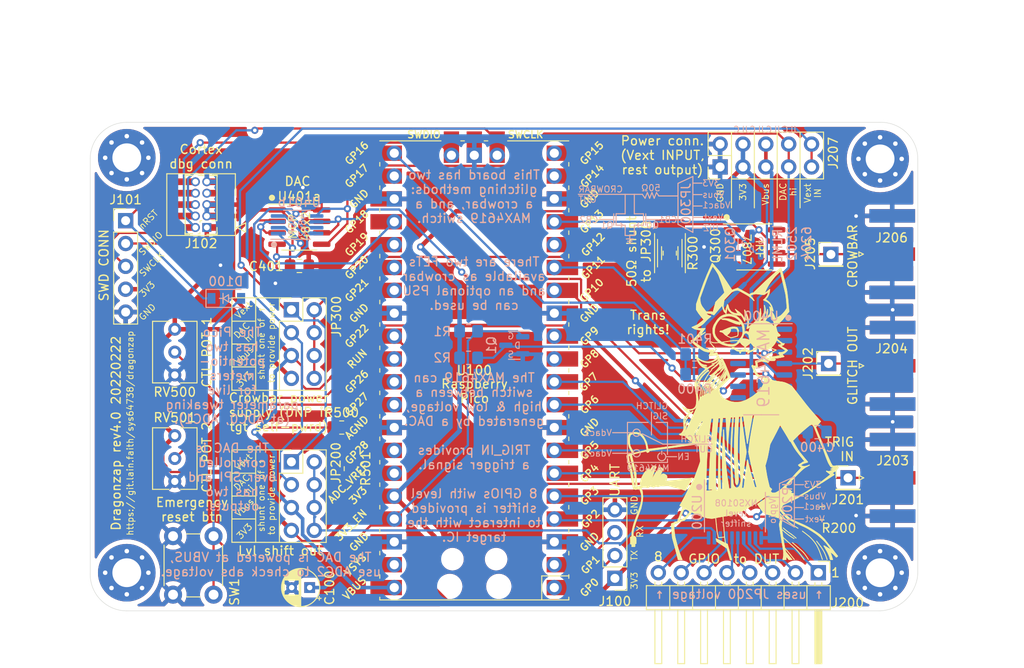
<source format=kicad_pcb>
(kicad_pcb (version 20211014) (generator pcbnew)

  (general
    (thickness 1.6)
  )

  (paper "A4")
  (layers
    (0 "F.Cu" signal)
    (31 "B.Cu" signal)
    (32 "B.Adhes" user "B.Adhesive")
    (33 "F.Adhes" user "F.Adhesive")
    (34 "B.Paste" user)
    (35 "F.Paste" user)
    (36 "B.SilkS" user "B.Silkscreen")
    (37 "F.SilkS" user "F.Silkscreen")
    (38 "B.Mask" user)
    (39 "F.Mask" user)
    (40 "Dwgs.User" user "User.Drawings")
    (41 "Cmts.User" user "User.Comments")
    (42 "Eco1.User" user "User.Eco1")
    (43 "Eco2.User" user "User.Eco2")
    (44 "Edge.Cuts" user)
    (45 "Margin" user)
    (46 "B.CrtYd" user "B.Courtyard")
    (47 "F.CrtYd" user "F.Courtyard")
    (48 "B.Fab" user)
    (49 "F.Fab" user)
  )

  (setup
    (stackup
      (layer "F.SilkS" (type "Top Silk Screen"))
      (layer "F.Paste" (type "Top Solder Paste"))
      (layer "F.Mask" (type "Top Solder Mask") (thickness 0.01))
      (layer "F.Cu" (type "copper") (thickness 0.035))
      (layer "dielectric 1" (type "core") (thickness 1.51) (material "FR4") (epsilon_r 4.5) (loss_tangent 0.02))
      (layer "B.Cu" (type "copper") (thickness 0.035))
      (layer "B.Mask" (type "Bottom Solder Mask") (thickness 0.01))
      (layer "B.Paste" (type "Bottom Solder Paste"))
      (layer "B.SilkS" (type "Bottom Silk Screen"))
      (copper_finish "None")
      (dielectric_constraints no)
    )
    (pad_to_mask_clearance 0)
    (pcbplotparams
      (layerselection 0x00010fc_ffffffff)
      (disableapertmacros false)
      (usegerberextensions false)
      (usegerberattributes true)
      (usegerberadvancedattributes true)
      (creategerberjobfile true)
      (svguseinch false)
      (svgprecision 6)
      (excludeedgelayer true)
      (plotframeref false)
      (viasonmask false)
      (mode 1)
      (useauxorigin false)
      (hpglpennumber 1)
      (hpglpenspeed 20)
      (hpglpendiameter 15.000000)
      (dxfpolygonmode true)
      (dxfimperialunits true)
      (dxfusepcbnewfont true)
      (psnegative false)
      (psa4output false)
      (plotreference true)
      (plotvalue true)
      (plotinvisibletext false)
      (sketchpadsonfab false)
      (subtractmaskfromsilk false)
      (outputformat 1)
      (mirror false)
      (drillshape 0)
      (scaleselection 1)
      (outputdirectory "grb3/")
    )
  )

  (net 0 "")
  (net 1 "GND")
  (net 2 "+3V3")
  (net 3 "+3.3VADC")
  (net 4 "Net-(D100-Pad1)")
  (net 5 "UART_RX")
  (net 6 "UART_TX")
  (net 7 "/controller/SWDIO")
  (net 8 "/controller/SWCLK")
  (net 9 "unconnected-(J102-Pad8)")
  (net 10 "unconnected-(J102-Pad7)")
  (net 11 "unconnected-(J102-Pad6)")
  (net 12 "Net-(J200-Pad1)")
  (net 13 "Net-(J200-Pad2)")
  (net 14 "TRIG_IN")
  (net 15 "GLITCH_OUT")
  (net 16 "Net-(J200-Pad3)")
  (net 17 "ADC0")
  (net 18 "ADC1")
  (net 19 "Net-(J200-Pad4)")
  (net 20 "Net-(J200-Pad5)")
  (net 21 "Net-(J200-Pad6)")
  (net 22 "VCC_EXT")
  (net 23 "DAC_HI")
  (net 24 "CB1_G")
  (net 25 "CB2_G")
  (net 26 "GPIO_EN")
  (net 27 "MAX_SW_B")
  (net 28 "MAX_SW_A")
  (net 29 "MAX_EN")
  (net 30 "GPIO2")
  (net 31 "GPIO3")
  (net 32 "GPIO4")
  (net 33 "GPIO5")
  (net 34 "GPIO6")
  (net 35 "GLITCH_SIG")
  (net 36 "GPIO7")
  (net 37 "GPIO8")
  (net 38 "GPIO9")
  (net 39 "unconnected-(U100-Pad30)")
  (net 40 "DAC_nL")
  (net 41 "DAC_CLK")
  (net 42 "DAC_TX")
  (net 43 "EMERG_SHDN")
  (net 44 "~{EMERG_SHDN}")
  (net 45 "unconnected-(U100-Pad39)")
  (net 46 "Net-(J200-Pad7)")
  (net 47 "GPIO0")
  (net 48 "GPIO1")
  (net 49 "unconnected-(U400-Pad1)")
  (net 50 "unconnected-(U400-Pad2)")
  (net 51 "DAC_LO")
  (net 52 "unconnected-(U400-Pad12)")
  (net 53 "unconnected-(U400-Pad13)")
  (net 54 "unconnected-(U400-Pad14)")
  (net 55 "unconnected-(U400-Pad15)")
  (net 56 "CROWBAR")
  (net 57 "/gpio/TAR_VCCIO")
  (net 58 "Net-(JP300-Pad5)")
  (net 59 "Net-(J200-Pad8)")
  (net 60 "ADC2")
  (net 61 "unconnected-(U400-Pad10)")
  (net 62 "unconnected-(U400-Pad11)")
  (net 63 "unconnected-(U100-Pad20)")
  (net 64 "unconnected-(U100-Pad19)")
  (net 65 "VBUS")

  (footprint "Resistor_SMD:R_0805_2012Metric_Pad1.20x1.40mm_HandSolder" (layer "F.Cu") (at 135.128 87.179 90))

  (footprint "Connector_Coaxial:SMA_Amphenol_132289_EdgeMount" (layer "F.Cu") (at 159.845 87.287))

  (footprint "MountingHole:MountingHole_3.2mm_M3_Pad_Via" (layer "F.Cu") (at 158.496 122.682))

  (footprint "Connector_PinHeader_2.54mm:PinHeader_2x04_P2.54mm_Vertical" (layer "F.Cu") (at 93.091 93.472))

  (footprint "Connector_PinHeader_2.54mm:PinHeader_2x05_P2.54mm_Vertical" (layer "F.Cu") (at 140.721 77.602 90))

  (footprint "Connector_PinHeader_2.54mm:PinHeader_1x01_P2.54mm_Vertical" (layer "F.Cu") (at 152.776 99.441))

  (footprint "Resistor_SMD:R_2010_5025Metric_Pad1.40x2.65mm_HandSolder" (layer "F.Cu") (at 135.128 87.179 90))

  (footprint "Connector_PinHeader_2.54mm:PinHeader_1x08_P2.54mm_Horizontal" (layer "F.Cu") (at 151.638 122.682 -90))

  (footprint "Connector_PinHeader_2.54mm:PinHeader_2x04_P2.54mm_Vertical" (layer "F.Cu") (at 93.091 110.363))

  (footprint "Potentiometer_THT:Potentiometer_Vishay_T73XW_Horizontal" (layer "F.Cu") (at 80.137 95.631))

  (footprint "Connector_PinHeader_2.54mm:PinHeader_1x01_P2.54mm_Vertical" (layer "F.Cu") (at 153.03 87.317))

  (footprint "Resistor_SMD:R_0805_2012Metric_Pad1.20x1.40mm_HandSolder" (layer "F.Cu") (at 152.035 116.078 180))

  (footprint "MCU_RaspberryPi_and_Boards:RPi_Pico_SMD_TH" (layer "F.Cu") (at 113.411 100.203 180))

  (footprint "Connector_PinHeader_1.27mm:PinHeader_2x05_P1.27mm_Vertical" (layer "F.Cu") (at 83.694 84.326 180))

  (footprint "lethalbit-connectors:FTSH-105-01-L-DV-K-TR" (layer "F.Cu") (at 83.059 81.786 90))

  (footprint "Resistor_SMD:R_0805_2012Metric_Pad1.20x1.40mm_HandSolder" (layer "F.Cu") (at 98.679 106.553))

  (footprint "Potentiometer_THT:Potentiometer_Vishay_T73XW_Horizontal" (layer "F.Cu") (at 80.137 107.457))

  (footprint "Resistor_SMD:R_2512_6332Metric_Pad1.40x3.35mm_HandSolder" (layer "F.Cu") (at 135.15 87.179 90))

  (footprint "Capacitor_SMD:C_0805_2012Metric_Pad1.18x1.45mm_HandSolder" (layer "F.Cu") (at 93.98 88.598819 180))

  (footprint "Capacitor_THT:CP_Radial_D4.0mm_P2.00mm" (layer "F.Cu") (at 95.123 124.333 180))

  (footprint "Resistor_SMD:R_1206_3216Metric_Pad1.30x1.75mm_HandSolder" (layer "F.Cu") (at 135.128 87.179 90))

  (footprint "MountingHole:MountingHole_3.2mm_M3_Pad_Via" (layer "F.Cu") (at 158.496 76.708))

  (footprint "Connector_PinHeader_2.54mm:PinHeader_1x01_P2.54mm_Vertical" (layer "F.Cu") (at 154.94 112.141))

  (footprint "graphics:xenia" (layer "F.Cu")
    (tedit 61C154B6) (tstamp baf18278-d51c-443e-9972-c8c9ba5d7493)
    (at 143.4789 104.902)
    (attr through_hole)
    (fp_text reference "XENIA" (at 0 0.5) (layer "F.SilkS") hide
      (effects (font (size 1 1) (thickness 0.15)))
      (tstamp 2ab096f1-5e2e-4948-88f7-ee80da352ce9)
    )
    (fp_text value "xenia" (at 0 -0.5) (layer "F.Fab")
      (effects (font (size 1 1) (thickness 0.15)))
      (tstamp fc47ad18-c916-4f04-8460-6a5fb9138c7e)
    )
    (fp_line (start -0.087449 -8.809657) (end 0.146027 -8.894909) (layer "F.SilkS") (width 0.1) (tstamp 00486478-893b-425b-a5bc-a7e44ca55943))
    (fp_line (start 2.120427 -10.202538) (end 2.241183 -10.185531) (layer "F.SilkS") (width 0.1) (tstamp 0234d303-1347-4357-9ac8-112e8e6ab5f3))
    (fp_line (start 4.330047 -6.234346) (end 4.089216 -6.498479) (layer "F.SilkS") (width 0.1) (tstamp 02d5be24-1036-4d78-b8b7-1b443d15e7c8))
    (fp_line (start 3.24756 9.045381) (end 3.4801 8.89316) (layer "F.SilkS") (width 0.1) (tstamp 0453b7e4-e0e7-4cb5-8648-bec6a813bdeb))
    (fp_line (start 0.260403 -6.891084) (end -0.332851 -6.886832) (layer "F.SilkS") (width 0.1) (tstamp 069f3316-bcd2-4604-a333-7165193738be))
    (fp_line (start -3.758068 -6.759273) (end -3.963863 -6.339774) (layer "F.SilkS") (width 0.1) (tstamp 087708f1-e1e9-4263-81e5-92e875871b86))
    (fp_line (start -9.297786 4.012324) (end -10.724534 4.222797) (layer "F.SilkS") (width 0.1) (tstamp 088a5abf-5280-4acd-9be5-182deee4161f))
    (fp_line (start 0.359176 -6.835298) (end 0.320909 -6.836064) (layer "F.SilkS") (width 0.1) (tstamp 09ddd339-86e0-4167-9e67-6513769a8304))
    (fp_line (start -11.079063 8.253324) (end -11.346087 8.129166) (layer "F.SilkS") (width 0.1) (tstamp 0a1dbe60-6997-4f4e-b4aa-4ec0085281f7))
    (fp_line (start 0.636957 -7.835127) (end 0.567013 -8.025403) (layer "F.SilkS") (width 0.1) (tstamp 0a9d52bd-4852-44a8-82f7-f0b2e974bf90))
    (fp_line (start 0.978307 -7.395325) (end 1.596288 -7.079446) (layer "F.SilkS") (width 0.1) (tstamp 0b28e9dc-79a6-45c1-9c4d-325ada2cc88d))
    (fp_line (start -0.023841 -7.012478) (end 0.260403 -6.891084) (layer "F.SilkS") (width 0.1) (tstamp 0b379b3e-c12a-4629-a430-1567b828b4a9))
    (fp_line (start -4.650002 0.989642) (end -3.764935 0.613726) (layer "F.SilkS") (width 0.1) (tstamp 0f956713-c3d9-4b4c-8b52-a74d6d57ce5b))
    (fp_line (start -0.40371 -6.811827) (end 0.321759 -6.836064) (layer "F.SilkS") (width 0.1) (tstamp 10fd1d94-746f-466c-84a0-aa85c04b7684))
    (fp_line (start 3.479802 11.455544) (end 3.948093 11.551703) (layer "F.SilkS") (width 0.1) (tstamp 1164e296-14e5-4a5e-b2f3-44f1d36e7550))
    (fp_line (start 2.98583 -11.581707) (end 2.741129 -11.748809) (layer "F.SilkS") (width 0.1) (tstamp 12ec9af5-fae0-487c-9f32-ec0f72c4cf1f))
    (fp_line (start -4.381109 -11.064391) (end -4.310739 -11.182596) (layer "F.SilkS") (width 0.1) (tstamp 13666fea-91c0-4fec-bb70-a04cdbcf337e))
    (fp_line (start -0.404795 0.395004) (end -0.462196 0.395218) (layer "F.SilkS") (width 0.1) (tstamp 1399d9fd-892e-4c6d-94d4-e65f4b8d90fb))
    (fp_line (start -1.858607 -3.896465) (end -3.018353 -2.837788) (layer "F.SilkS") (width 0.1) (tstamp 14127424-0f91-4793-8a8a-36511132b3fd))
    (fp_line (start -3.250381 11.652943) (end -2.433578 11.510927) (layer "F.SilkS") (width 0.1) (tstamp 1485f998-b07f-4385-8f35-cac19f2827b9))
    (fp_line (start -8.886174 7.308196) (end -8.901056 7.197645) (layer "F.SilkS") (width 0.1) (tstamp 156d07b6-f60e-459b-b98a-29b8c699efdc))
    (fp_line (start -12.551074 13.779714) (end -12.706696 13.860076) (layer "F.SilkS") (width 0.1) (tstamp 16a71bba-04ef-4283-a06b-f6e9ba8ea3c4))
    (fp_line (start -5.127987 3.687899) (end -5.047837 3.724891) (layer "F.SilkS") (width 0.1) (tstamp 16ec19e3-7b49-453e-80e4-246815f99f56))
    (fp_line (start 0.998035 -5.007568) (end 1.417534 -4.961009) (layer "F.SilkS") (width 0.1) (tstamp 18457aad-4f9d-4c40-a5cc-fb25084ce7be))
    (fp_line (start -5.027428 3.476363) (end -5.115231 3.542269) (layer "F.SilkS") (width 0.1) (tstamp 185cec19-d583-42a6-bbf6-9e4403a7b0ce))
    (fp_line (start -6.740291 2.002993) (end -6.697559 1.323252) (layer "F.SilkS") (width 0.1) (tstamp 19b8a416-d457-47c0-a7b0-da25cad6c5a1))
    (fp_line (start -0.007897 -7.388394) (end -0.050628 -7.071368) (layer "F.SilkS") (width 0.1) (tstamp 1c4a967a-d9ff-4163-bb2a-95ccc3501bb3))
    (fp_line (start -0.670522 -6.851881) (end -0.53786 -6.616024) (layer "F.SilkS") (width 0.1) (tstamp 1c5c7e2f-94b3-4b5e-b4ad-c0a6563fc67e))
    (fp_line (start -10.908538 4.337111) (end -10.835617 4.409819) (layer "F.SilkS") (width 0.1) (tstamp 1e0ba953-460b-4ddb-ba5b-e01c556e61f7))
    (fp_line (start 4.90149 16.307955) (end 5.210438 16.322837) (layer "F.SilkS") (width 0.1) (tstamp 1f5d8d4c-52db-4d4d-99bb-fd209dbbc195))
    (fp_line (start -1.262672 0.453299) (end -1.363656 0.468181) (layer "F.SilkS") (width 0.1) (tstamp 1f69b1f6-9fed-42d7-9e08-09f288c476bc))
    (fp_line (start 2.998458 8.928026) (end 2.798403 8.735837) (layer "F.SilkS") (width 0.1) (tstamp 1fb3f6bd-66d7-4a74-a144-ae01112ff895))
    (fp_line (start -2.982169 0.583537) (end -2.699243 0.577159) (layer "F.SilkS") (width 0.1) (tstamp 20a0f469-5ae6-4e36-8ff6-79100ece3f30))
    (fp_line (start 0.566716 -8.025531) (end 0.636661 -7.835255) (layer "F.SilkS") (width 0.1) (tstamp 21a2e357-9ad7-4e55-9783-020864723576))
    (fp_line (start -2.922258 -2.660056) (end -1.647369 -3.924825) (layer "F.SilkS") (width 0.1) (tstamp 23781219-648c-45af-8566-464b78a6f9ff))
    (fp_line (start -0.590372 -6.842654) (end -0.464088 -6.840528) (layer "F.SilkS") (width 0.1) (tstamp 23b5355a-334f-4bc1-a3a3-bcd5e8aabe03))
    (fp_line (start -0.271007 -9.616787) (end -0.136007 -9.641874) (layer "F.SilkS") (width 0.1) (tstamp 23f55bc5-218f-4c81-bcc4-297aa64fa0b2))
    (fp_line (start 7.736937 1.655947) (end 7.847488 1.605774) (layer "F.SilkS") (width 0.1) (tstamp 252382df-08a7-4b0b-8609-1072db1e998e))
    (fp_line (start -1.871555 -11.918931) (end -1.940225 -12.001419) (layer "F.SilkS") (width 0.1) (tstamp 2566906f-dee1-4d49-aa89-42683ad37200))
    (fp_line (start -2.231462 -13.327246) (end -3.235395 -12.265232) (layer "F.SilkS") (width 0.1) (tstamp 25b94296-ce9e-441c-ba5a-3999d9179a7f))
    (fp_line (start 4.695249 -11.592294) (end 4.867028 -11.229431) (layer "F.SilkS") (width 0.1) (tstamp 2609c5fc-6f5a-49bd-a40b-c12eaada5a92))
    (fp_line (start 4.588609 8.485737) (end 4.879742 8.498492) (layer "F.SilkS") (width 0.1) (tstamp 275e3c89-0d83-4a85-9571-5807c3e775e6))
    (fp_line (start 1.219052 9.973394) (end 1.334493 9.873048) (layer "F.SilkS") (width 0.1) (tstamp 276b13d7-0a57-419c-8da2-e837b16f8ff4))
    (fp_line (start 0.832973 -5.261113) (end 0.774721 -5.194995) (layer "F.SilkS") (width 0.1) (tstamp 27f73be5-5b6d-4dcd-9c2b-08178b3c0f10))
    (fp_line (start 3.878467 -6.660457) (end 3.824042 -6.69915) (layer "F.SilkS") (width 0.1) (tstamp 284e6dc9-3ac5-4cda-bd41-857fb98d4679))
    (fp_line (start -4.421864 -8.927692) (end -5.015118 -8.576139) (layer "F.SilkS") (width 0.1) (tstamp 28797dd3-5c25-40ea-9029-91b4bdf67bc8))
    (fp_line (start -6.053407 10.967866) (end -5.922871 11.018039) (layer "F.SilkS") (width 0.1) (tstamp 28d5ed17-1bf9-4c62-b49a-5fe63f5fcad7))
    (fp_line (start -3.125587 -6.648084) (end -3.692013 -6.537745) (layer "F.SilkS") (width 0.1) (tstamp 292a37f1-a8d7-4049-8d9e-d154cb6269d5))
    (fp_line (start -3.963863 -6.339774) (end -3.148187 -6.432892) (layer "F.SilkS") (width 0.1) (tstamp 29d26dd1-1c9b-4097-8348-63ab0c86a559))
    (fp_line (start -0.136007 -9.641597) (end -0.271007 -9.616511) (layer "F.SilkS") (width 0.1) (tstamp 2b1d77fe-f78d-4ff8-b505-0f28f2dbc7c6))
    (fp_line (start -2.567432 -10.399893) (end -2.567432 -10.400064) (layer "F.SilkS") (width 0.1) (tstamp 2d8c2e79-0ca6-4cac-bd97-7ed59984e6ca))
    (fp_line (start -3.612693 8.448277) (end -3.623323 8.650245) (layer "F.SilkS") (width 0.1) (tstamp 2db2a178-64e5-43fc-91c6-f6bb623ee10e))
    (fp_line (start 0.831253 0.253265) (end 1.081438 0.212021) (layer "F.SilkS") (width 0.1) (tstamp 2e9befe8-1ba6-44c4-8c0c-2f6b67d813e8))
    (fp_line (start -2.265074 13.818492) (end -2.151546 14.500359) (layer "F.SilkS") (width 0.1) (tstamp 2f15d41d-727f-4089-af4d-eed812228f8d))
    (fp_line (start -3.465554 0.613726) (end -2.982169 0.583537) (layer "F.SilkS") (width 0.1) (tstamp 2f4fca68-ad3d-42af-a65a-2dfd84c64f23))
    (fp_line (start 3.824042 -6.69915) (end 3.76579 -6.598166) (layer "F.SilkS") (width 0.1) (tstamp 2f8fab55-05ca-4686-80f5-c3c168b9b405))
    (fp_line (start 3.802463 11.057008) (end 4.193772 10.248454) (layer "F.SilkS") (width 0.1) (tstamp 2fa1b765-b805-47fc-bf33-7549704c7989))
    (fp_line (start 4.525042 15.474081) (end 4.581806 15.914436) (layer "F.SilkS") (width 0.1) (tstamp 318e2232-f227-48be-bc7e-28bc039cbe1a))
    (fp_line (start 0.320909 -6.836064) (end 0.323034 -6.596465) (layer "F.SilkS") (width 0.1) (tstamp 31dcfa14-92b3-40c0-9b7e-3e11dc0058e1))
    (fp_line (start -1.479203 -7.201053) (end -1.470699 -7.127281) (layer "F.SilkS") (width 0.1) (tstamp 321f985d-c802-49a4-b839-d957d45e8880))
    (fp_line (start -2.768188 -9.031568) (end -2.728921 -9.000571) (layer "F.SilkS") (width 0.1) (tstamp 328d1402-4958-47d2-b0f1-71018e3fb92d))
    (fp_line (start -0.523191 -6.729339) (end -0.516813 -6.620064) (layer "F.SilkS") (width 0.1) (tstamp 32e61bfc-d546-4722-ac49-cbb99c79a789))
    (fp_line (start -4.310717 -11.182319) (end -4.381087 -11.064115) (layer "F.SilkS") (width 0.1) (tstamp 3333a437-094a-4126-981c-1a90640c11d7))
    (fp_line (start -0.53786 -6.616024) (end -0.522978 -6.728701) (layer "F.SilkS") (width 0.1) (tstamp 33ea8dc4-877d-4756-9eec-56ecc269d0d6))
    (fp_line (start -2.42565 8.523069) (end -2.710361 8.529447) (layer "F.SilkS") (width 0.1) (tstamp 351d5969-2e3a-436e-a584-701985869a16))
    (fp_line (start -3.548467 -11.102808) (end -3.680278 -11.20443) (layer "F.SilkS") (width 0.1) (tstamp 36bf2b67-6c66-4f57-9dcc-180452d3e2dc))
    (fp_line (start -10.667452 4.294378) (end -10.705294 4.290126) (layer "F.SilkS") (width 0.1) (tstamp 38dc9787-3773-4a65-9eac-77f34d6df8dc))
    (fp_line (start -12.671829 14.588332) (end -12.551286 14.590458) (layer "F.SilkS") (width 0.1) (tstamp 3949f8f3-4972-460a-90a0-6906b5d7ca76))
    (fp_line (start 3.981279 10.706561) (end 3.921327 10.860227) (layer "F.SilkS") (width 0.1) (tstamp 3b861d3c-b38d-4322-b67b-d95ab0619cc6))
    (fp_line (start 9.914625 6.87845) (end 9.630849 6.725166) (layer "F.SilkS") (width 0.1) (tstamp 3bf5a303-d45e-4366-b8e2-9eef9aa4ea37))
    (fp_line (start -1.955062 14.629087) (end -1.482966 16.326622) (layer "F.SilkS") (width 0.1) (tstamp 3d234cf4-d2a0-4b1e-b0ed-33b40ca1bbce))
    (fp_line (start -2.482371 0.53921) (end -2.699349 0.578328) (layer "F.SilkS") (width 0.1) (tstamp 3d6a7394-0229-439d-98ea-24fb7b7d0870))
    (fp_line (start -5.819251 -0.058596) (end -5.782259 -0.164257) (layer "F.SilkS") (width 0.1) (tstamp 3ecd5e71-045c-45dd-959d-3e97c8e33089))
    (fp_line (start -3.785279 -2.270788) (end -4.94377 -1.700982) (layer "F.SilkS") (width 0.1) (tstamp 3f60471a-e684-4c40-916a-dc05757982ce))
    (fp_line (start 3.76579 -6.598166) (end 3.956065 -6.349596) (layer "F.SilkS") (width 0.1) (tstamp 3f775266-cc7f-49e6-b89d-e69ba5f3895e))
    (fp_line (start 3.761942 -7.448985) (end 4.562098 -6.916851) (layer "F.SilkS") (width 0.1) (tstamp 401fc27b-55c2-4d17-b7a9-17271cdee251))
    (fp_line (start -3.619092 -4.014223) (end -4.053048 -3.440186) (layer "F.SilkS") (width 0.1) (tstamp 41e173df-b769-4562-86b0-af2aff66057d))
    (fp_line (start 0.321759 -6.836064) (end 0.360027 -6.835298) (layer "F.SilkS") (width 0.1) (tstamp 43797be8-9d42-485f-bc6b-0544d45927b2))
    (fp_line (start 10.256122 6.014427) (end 10.165768 5.934065) (layer "F.SilkS") (width 0.1) (tstamp 4459b91b-d937-4427-a170-e7027c4df452))
    (fp_line (start -1.482966 16.326622) (end -1.613502 16.326622) (layer "F.SilkS") (width 0.1) (tstamp 46605a33-9342-4627-adea-08a0c3dd1775))
    (fp_line (start -2.364145 -5.272232) (end -2.325452 -5.192508) (layer "F.SilkS") (width 0.1) (tstamp 47476406-4d27-4820-aefe-eb91485cd792))
    (fp_line (start -1.200487 -7.170056) (end -1.200487 -7.170056) (layer "F.SilkS") (width 0.1) (tstamp 47bd3e42-5e60-4145-b4ff-ba2ead23635e))
    (fp_line (start -10.724534 4.222797) (end -10.772326 4.101105) (layer "F.SilkS") (width 0.1) (tstamp 487c4890-ae05-4d1e-8757-f717bdd9f770))
    (fp_line (start -1.29977 -7.131533) (end -0.950173 -6.910133) (layer "F.SilkS") (width 0.1) (tstamp 48f5ac3f-19ad-4208-9449-373c6d6bed43))
    (fp_line (start -0.419655 -9.922015) (end -0.584419 -9.95518) (layer "F.SilkS") (width 0.1) (tstamp 499f0043-d011-4c69-b76f-552cc2e709c0))
    (fp_line (start -10.859577 4.243461) (end -10.870207 4.151406) (layer "F.SilkS") (width 0.1) (tstamp 4b724a58-7782-4fb0-85bb-73cee8bfacec))
    (fp_line (start -3.623323 8.650245) (end -4.324302 8.722316) (layer "F.SilkS") (width 0.1) (tstamp 4c7ee18f-1e28-4990-b358-0d20ba5f3a19))
    (fp_line (start 2.278047 -6.178114) (end 2.254661 -6.053744) (layer "F.SilkS") (width 0.1) (tstamp 4cd7b6b4-85c9-4884-8f10-e79b6ed8c90b))
    (fp_line (start -10.857408 4.242058) (end -10.859577 4.243461) (layer "F.SilkS") (width 0.1) (tstamp 4cf1650d-f012-4b15-ad31-a94564f120f8))
    (fp_line (start 0.636661 -7.835255) (end 0.978307 -7.395325) (layer "F.SilkS") (width 0.1) (tstamp 4d1172a0-a1e6-4e5d-b676-3dfbdc70f814))
    (fp_line (start 4.368889 -7.671512) (end 4.228999 -7.648126) (layer "F.SilkS") (width 0.1) (tstamp 4ea04a5a-7a78-43fb-87d5-86eb2afcea5f))
    (fp_line (start 10.027621 6.192797) (end 10.256122 6.014427) (layer "F.SilkS") (width 0.1) (tstamp 51b18456-8852-4cce-ad37-628dd1c4103a))
    (fp_line (start 0.975627 -7.108827) (end 0.990509 -7.046749) (layer "F.SilkS") (width 0.1) (tstamp 52064152-4b25-4796-8ab1-2e49f3df562c))
    (fp_line (start 5.077543 8.647949) (end 4.922346 8.701524) (layer "F.SilkS") (width 0.1) (tstamp 53bc95a0-a6b5-4bd3-8806-205d384c6e1c))
    (fp_line (start -2.943709 -5.906668) (end -2.916242 -5.843484) (layer "F.SilkS") (width 0.1) (tstamp 54c05bf1-249d-4ed0-aee6-f8cef4715275))
    (fp_line (start 4.587334 8.28802) (end 4.484224 8.388366) (layer "F.SilkS") (width 0.1) (tstamp 54d05816-bdfa-450b-939f-fffbc2d3c01c))
    (fp_line (start -3.764935 0.613726) (end -3.465554 0.613726) (layer "F.SilkS") (width 0.1) (tstamp 56614d25-92fe-4928-ba13-f50ff5bf48ed))
    (fp_line (start 5.210438 16.322837) (end 4.525042 15.474081) (layer "F.SilkS") (width 0.1) (tstamp 57d20178-cd72-4cdf-a6b0-742aea76d37b))
    (fp_line (start -0.446932 -6.922464) (end -0.749927 -6.933093) (layer "F.SilkS") (width 0.1) (tstamp 58166378-73e4-4c77-abf1-b61da426c963))
    (fp_line (start -7.002722 16.306531) (end -7.404278 16.31157) (layer "F.SilkS") (width 0.1) (tstamp 5964804a-9ffe-4905-9f1b-c960fc5465a3))
    (fp_line (start -8.901056 7.197645) (end -8.941025 7.197645) (layer "F.SilkS") (width 0.1) (tstamp 59f58cc4-3f08-4913-804c-7831fc56d6da))
    (fp_line (start 1.092131 -7.182599) (end 0.975627 -7.108827) (layer "F.SilkS") (width 0.1) (tstamp 5ac91684-976e-43dc-b66d-88fa3cf7602b))
    (fp_line (start 7.847488 1.605774) (end 8.38802 0.97155) (layer "F.SilkS") (width 0.1) (tstamp 5c52001a-44b6-4827-8867-9a065693af27))
    (fp_line (start 5.416744 9.020209) (end 5.234122 9.134162) (layer "F.SilkS") (width 0.1) (tstamp 5c5e0318-a0e1-4f94-8225-4bad5445ea6d))
    (fp_line (start 9.500845 16.316587) (end 9.731897 16.316587) (layer "F.SilkS") (width 0.1) (tstamp 5cdfe313-8605-4373-9a45-7b9f1b58e8c5))
    (fp_line (start -12.612153 4.669636) (end -12.765862 4.730652) (layer "F.SilkS") (width 0.1) (tstamp 5d6e084a-605f-4d05-bcd6-23a747bd3e0e))
    (fp_line (start -5.125052 3.690641) (end -5.114422 3.531405) (layer "F.SilkS") (width 0.1) (tstamp 5e0252fd-2729-4e36-b2cc-c7766dba6189))
    (fp_line (start -12.765862 4.730652) (end -12.281945 6.716322) (layer "F.SilkS") (width 0.1) (tstamp 5e807c14-eb72-4699-ac5c-0e22b3b90689))
    (fp_line (start -3.415423 -5.326615) (end -3.508541 -5.332993) (layer "F.SilkS") (width 0.1) (tstamp 5ef3d067-71f0-41ac-ba39-98068649edc9))
    (fp_line (start -3.680278 -11.20443) (end -4.310717 -11.182319) (layer "F.SilkS") (width 0.1) (tstamp 600a3b4b-ae4b-4461-b5a0-b102a630e6e4))
    (fp_line (start -0.516813 -6.620064) (end -0.40371 -6.811827) (layer "F.SilkS") (width 0.1) (tstamp 606c3e55-7d61-412d-adac-41bf5f1f1a73))
    (fp_line (start -3.763999 0.614406) (end -4.65096 0.989557) (layer "F.SilkS") (width 0.1) (tstamp 61bd4437-060d-40c1-add9-cb29405c70c7))
    (fp_line (start -12.324316 14.531951) (end -12.328568 14.687573) (layer "F.SilkS") (width 0.1) (tstamp 61d9b81b-8499-4933-91ed-7a8972810007))
    (fp_line (start -6.730724 2.520138) (end -6.790889 2.401721) (layer "F.SilkS") (width 0.1) (tstamp 62b6ceae-4979-4c7f-9abb-9d942b9ab846))
    (fp_line (start -0.023819 -7.012265) (end -0.050733 -7.071495) (layer "F.SilkS") (width 0.1) (tstamp 633ad3b8-63c2-4a66-ba43-ec1b2327d590))
    (fp_line (start 2.575111 -5.582519) (end 2.566607 -5.800008) (layer "F.SilkS") (width 0.1) (tstamp 6349601a-3c16-49a3-9c53-44ba3301fa17))
    (fp_line (start -12.123177 8.513863) (end -11.715753 8.379501) (layer "F.SilkS") (width 0.1) (tstamp 634c972d-457b-4606-97bd-158cc6774626))
    (fp_line (start -1.200487 -7.170056) (end -1.189857 -7.253607) (layer "F.SilkS") (width 0.1) (tstamp 644c1aa7-bb47-43ff-9985-f1193c633b37))
    (fp_line (start -0.097144 8.381542) (end -0.383216 8.400676) (layer "F.SilkS") (width 0.1) (tstamp 64d7714a-7974-44e3-aea4-f93dec72bbab))
    (fp_line (start -2.982275 0.584047) (end -3.46566 0.614236) (layer "F.SilkS") (width 0.1) (tstamp 65672bfe-b9ee-41a0-973c-1f20f79e074b))
    (fp_line (start -0.522978 -6.728701) (end -0.590372 -6.842654) (layer "F.SilkS") (width 0.1) (tstamp 66ae6362-5d73-429e-895c-b93ac4034e8b))
    (fp_line (start -2.922257 -2.659503) (end -3.018352 -2.837236) (layer "F.SilkS") (width 0.1) (tstamp 67696688-aeb4-4c05-bfdd-17ff57e0fa8a))
    (fp_line (start 4.463814 8.29865) (end 4.587334 8.28802) (layer "F.SilkS") (width 0.1) (tstamp 6adb7440-4967-4c53-ab45-3e8efe9276db))
    (fp_line (start -0.552019 -7.920528) (end -0.353877 -8.180791) (layer "F.SilkS") (width 0.1) (tstamp 6b210527-4628-4b35-bcc0-57c051da3023))
    (fp_line (start 1.550897 -10.19699) (end 1.669101 -10.238234) (layer "F.SilkS") (width 0.1) (tstamp 6f6d94a2-ff06-468f-93cb-7d1121493be0))
    (fp_line (start 5.099335 3.181341) (end 5.269838 3.103317) (layer "F.SilkS") (width 0.1) (tstamp 6faf2824-be38-492e-a01b-4c105834407a))
    (fp_line (start -4.244621 -5.197036) (end -4.324345 -5.268894) (layer "F.SilkS") (width 0.1) (tstamp 6fe73f15-5d69-4a4e-893e-03eb09e9b7d7))
    (fp_line (start 1.655283 -10.326037) (end 1.550897 -10.19699) (layer "F.SilkS") (width 0.1) (tstamp 71407632-595c-426e-b6ae-4fb2a403e147))
    (fp_line (start 1.551599 -10.196373) (end 1.654071 -10.325909) (layer "F.SilkS") (width 0.1) (tstamp 71e17ce2-3f5c-4367-9839-08c5c57f36de))
    (fp_line (start -10.85964 4.243567) (end -10.851137 4.309473) (layer "F.SilkS") (width 0.1) (tstamp 7222796c-3f24-42f8-95ec-33d97cdbe82f))
    (fp_line (start -10.870207 4.151406) (end -12.356801 4.505467) (layer "F.SilkS") (width 0.1) (tstamp 7332bdd2-7696-49e9-b942-e09fe05346ae))
    (fp_line (start -12.555538 14.874192) (end -12.244166 14.849105) (layer "F.SilkS") (width 0.1) (tstamp 73bf2484-d5f9-4ce1-ab83-d710b7907529))
    (fp_line (start -0.050628 -7.071368) (end -0.023841 -7.012478) (layer "F.SilkS") (width 0.1) (tstamp 75ebcaaf-8f91-4bce-95da-35daf284b36b))
    (fp_line (start -2.023604 -4.398792) (end -2.056557 -4.497672) (layer "F.SilkS") (width 0.1) (tstamp 76bcc96a-79c2-4aa1-a653-745cf373720e))
    (fp_line (start 0.360027 -6.835298) (end 0.467176 -6.79129) (layer "F.SilkS") (width 0.1) (tstamp 7879fd6d-8523-40e9-ac87-65ed2628002c))
    (fp_line (start 3.26967 -5.791504) (end 3.374481 -5.900354) (layer "F.SilkS") (width 0.1) (tstamp 78c24dc1-6743-421c-b77c-2fe33b473e4c))
    (fp_line (start -1.470699 -7.127281) (end -1.29977 -7.131533) (layer "F.SilkS") (width 0.1) (tstamp 7923463f-888c-4fc0-b98f-03078496b1b6))
    (fp_line (start 1.596288 -7.079446) (end 2.337853 -6.991643) (layer "F.SilkS") (width 0.1) (tstamp 7a78aae9-59d5-44fd-a5a4-d12a5851aac3))
    (fp_line (start -6.744393 10.596839) (end -5.920744 11.018719) (layer "F.SilkS") (width 0.1) (tstamp 7af554a0-1aea-4bf6-b62d-f529a38d9de6))
    (fp_line (start 3.74706 -7.542316) (end 3.761942 -7.448985) (layer "F.SilkS") (width 0.1) (tstamp 7d46158a-6f68-4d38-be89-e25c900413e7))
    (fp_line (start 3.948093 11.551703) (end 3.802463 11.057008) (layer "F.SilkS") (width 0.1) (tstamp 7f1cd457-f3e0-4118-9041-74f0c4e433d8))
    (fp_line (start 3.952132 10.372397) (end 3.479802 11.455544) (layer "F.SilkS") (width 0.1) (tstamp 7f25c6dd-2bd2-4dba-b030-ccbee8cc0425))
    (fp_line (start 4.867007 -11.229325) (end 4.695227 -11.592231) (layer "F.SilkS") (width 0.1) (tstamp 801e609c-68c5-4efc-a779-888769f67fd8))
    (fp_line (start 9.552655 6.270651) (end 9.957527 6.281281) (layer "F.SilkS") (width 0.1) (tstamp 816dc656-ef63-4b7e-ba23-93c421a09dd9))
    (fp_line (start -10.835617 4.409819) (end -10.692538 4.354544) (layer "F.SilkS") (width 0.1) (tstamp 81a6647b-fb92-470f-859a-839cff2bfa41))
    (fp_line (start -2.265074 13.81847) (end -2.435578 11.510119) (layer "F.SilkS") (width 0.1) (tstamp 823a9a53-cb4b-4f57-9558-1ba1cf975f33))
    (fp_line (start 5.09942 3.182085) (end 5.099335 3.181341) (layer "F.SilkS") (width 0.1) (tstamp 832a8494-eaf2-41bb-a79b-9bd3869ba972))
    (fp_line (start -2.839558 -5.555073) (end -2.839345 -5.555094) (layer "F.SilkS") (width 0.1) (tstamp 84ce0be5-0412-4bdd-83e3-854a7a710ced))
    (fp_line (start -2.790809 -5.240427) (end -2.57719 -5.718179) (layer "F.SilkS") (width 0.1) (tstamp 84d2254b-f203-44d6-b45c-79b312eb19ef))
    (fp_line (start -3.983039 8.479741) (end -3.612693 8.448277) (layer "F.SilkS") (width 0.1) (tstamp 881ba6c1-962a-43e8-acdf-1c75a4cb2656))
    (fp_line (start 2.911548 -11.493032) (end 3.13129 -11.295316) (layer "F.SilkS") (width 0.1) (tstamp 8b34cb3e-4808-4723-abeb-99f377bbe23f))
    (fp_line (start -0.578892 -9.823156) (end -0.419655 -9.922015) (layer "F.SilkS") (width 0.1) (tstamp 8b609dc3-d402-489e-93c7-a8286dd10662))
    (fp_line (start -3.013421 -6.014668) (end -3.06859 -6.173224) (layer "F.SilkS") (width 0.1) (tstamp 902a411f-6335-4f06-8cf1-f0ed80a2cb8a))
    (fp_line (start -0.332851 -6.886832) (end -0.023819 -7.012265) (layer "F.SilkS") (width 0.1) (tstamp 910b5ca3-160a-4289-ac0e-edddfbb8cc23))
    (fp_line (start 4.879742 8.498492) (end 4.786411 8.608406) (layer "F.SilkS") (width 0.1) (tstamp 92425964-3db1-4a0a-86ee-ecbd90311ff8))
    (fp_line (start -2.68655 -9.085993) (end -2.768188 -9.031568) (layer "F.SilkS") (width 0.1) (tstamp 92f206ba-0b74-4aff-a139-97255e30fd4b))
    (fp_line (start -2.699243 0.577159) (end -2.482265 0.538041) (layer "F.SilkS") (width 0.1) (tstamp 9374eae1-1721-491f-8000-bfbbb5c8d606))
    (fp_line (start 5.423717 9.377374) (end 5.570623 9.455611) (layer "F.SilkS") (width 0.1) (tstamp 946a8f93-f8a6-49ed-be65-22cf14da1914))
    (fp_line (start -10.705294 4.290126) (end -10.773113 4.101764) (layer "F.SilkS") (width 0.1) (tstamp 96b8b711-f40d-4aae-a044-c048034ee1fe))
    (fp_line (start 3.55787 -8.163018) (end 3.585933 -8.535108) (layer "F.SilkS") (width 0.1) (tstamp 97eaa1e2-9166-4553-a1d6-ea99a7ba73fb))
    (fp_line (start -2.093805 0.514655) (end -1.899489 4.624204) (layer "F.SilkS") (width 0.1) (tstamp 9a3dec6c-1ff7-4f04-98b4-bff75dbe2572))
    (fp_line (start -7.212683 10.307067) (end -6.744393 10.596839) (layer "F.SilkS") (width 0.1) (tstamp 9aa35107-bd21-4263-aaeb-f87889d0726a))
    (fp_line (start -8.961434 7.519094) (end -8.918702 7.383456) (layer "F.SilkS") (width 0.1) (tstamp 9c77e549-bc3d-407e-a17f-1f44a0465725))
    (fp_line (start 9.062594 6.501448) (end 9.545575 6.870816) (layer "F.SilkS") (width 0.1) (tstamp 9d0a9958-db67-4fa2-a63a-2635acbcaff5))
    (fp_line (start 1.219116 9.972799) (end 1.219052 9.973394) (layer "F.SilkS") (width 0.1) (tstamp 9d53a803-c2dd-44df-9adf-3a36ecbb9623))
    (fp_line (start -10.851137 4.309473) (end -10.908538 4.337111) (layer "F.SilkS") (width 0.1) (tstamp 9d93c53b-c8ce-4a41-8871-5169db872dd3))
    (fp_line (start -0.464088 -6.840528) (end -0.523191 -6.729339) (layer "F.SilkS") (width 0.1) (tstamp 9f3effa9-36c1-499e-8002-787a37d4e90a))
    (fp_line (start -12.443584 14.541092) (end -12.110825 14.518557) (layer "F.SilkS") (width 0.1) (tstamp 9f755b79-98ed-4b7f-b7d5-fc8b011a6083))
    (fp_line (start -0.462154 0.396301) (end -0.404752 0.396089) (layer "F.SilkS") (width 0.1) (tstamp a03f12ee-4c0a-46b5-9d34-c9c5f676bfdc))
    (fp_line (start -0.753754 -8.930796) (end -0.760132 -9.099812) (layer "F.SilkS") (width 0.1) (tstamp a2514bdf-7683-4b2c-bb81-487c8fa57d73))
    (fp_line (start 2.798403 8.735837) (end 2.94212 8.502787) (layer "F.SilkS") (width 0.1) (tstamp a25f08da-163d-4d49-ab74-017e99d1903e))
    (fp_line (start 3.301453 -9.46597) (end 3.588121 -8.53481) (layer "F.SilkS") (width 0.1) (tstamp a261e796-25d7-477c-be76-97f041d1e6b6))
    (fp_line (start -12.208875 14.527699) (end -12.324316 14.531951) (layer "F.SilkS") (width 0.1) (tstamp a273aabd-9b0c-4eb2-9ce1-0a72077650f3))
    (fp_line (start 10.153777 16.03534) (end 10.286013 15.948388) (layer "F.SilkS") (width 0.1) (tstamp a2a59f0e-cde4-498b-8904-d92a12bff2f0))
    (fp_line (start -1.612056 0.483573) (end -1.363486 0.468691) (layer "F.SilkS") (width 0.1) (tstamp a2fc975e-e27d-4dbe-8a0b-341931ded9a6))
    (fp_line (start 5.58019 9.318272) (end 5.423717 9.377374) (layer "F.SilkS") (width 0.1) (tstamp a323f70c-afa2-4c2a-b732-5b77a8cbc996))
    (fp_line (start -1.472081 8.437583) (end -1.785579 8.469473) (layer "F.SilkS") (width 0.1) (tstamp a4c343d5-a6fd-4619-9a83-930a86997c7d))
    (fp_line (start -8.918702 7.383456) (end -8.770521 7.262913) (layer "F.SilkS") (width 0.1) (tstamp a71b8db9-7af6-4a4f-a0c5-fd086e8c47a8))
    (fp_line (start 0.017488 -7.081572) (end 0.065961 -7.361267) (layer "F.SilkS") (width 0.1) (tstamp a77dd63f-3f22-4865-9e78-693ed1d0221c))
    (fp_line (start -0.714593 0.406931) (end -0.462154 0.396301) (layer "F.SilkS") (width 0.1) (tstamp a858f438-2835-4c8f-8f9f-d091eac5a697))
    (fp_line (start 0.365554 -6.704763) (end 0.359176 -6.835298) (layer "F.SilkS") (width 0.1) (tstamp a8bb4afa-35b0-41db-8d99-8ea42d121830))
    (fp_line (start -4.017458 -4.642983) (end -4.118655 -4.734613) (layer "F.SilkS") (width 0.1) (tstamp a9a751bd-7c65-4095-9e42-f665535dba2e))
    (fp_line (start 2.337853 -6.991643) (end 2.882955 -7.225459) (layer "F.SilkS") (width 0.1) (tstamp a9d6e118-1126-476c-be4f-98f751cb96f6))
    (fp_line (start -12.091032 8.313426) (end -12.251756 8.313426) (layer "F.SilkS") (width 0.1) (tstamp ab2163be-385c-49c1-84b2-d21172b217d2))
    (fp_line (start -3.195575 14.016357) (end -1.955062 14.629087) (layer "F.SilkS") (width 0.1) (tstamp abc144f2-0768-45ca-8040-fb36089127a7))
    (fp_line (start -10.87027 4.151512) (end -10.85964 4.243567) (layer "F.SilkS") (width 0.1) (tstamp ac2b5221-dae8-473a-b258-1240f226ee32))
    (fp_line (start -6.083766 0.076404) (end -5.819251 -0.058596) (layer "F.SilkS") (width 0.1) (tstamp ae1a820b-f252-45fc-a06e-4a7cb7959ffc))
    (fp_line (start -0.404752 0.396089) (end -0.142746 0.3659) (layer "F.SilkS") (width 0.1) (tstamp aefe398d-e17c-4e19-992b-b360a5a5a779))
    (fp_line (start 5.004133 3.149642) (end 5.10129 3.181957) (layer "F.SilkS") (width 0.1) (tstamp afaa94e1-65c3-4b6f-9c68-5ac59bc472d1))
    (fp_line (start 10.384191 6.087349) (end 10.027621 6.192797) (layer "F.SilkS") (width 0.1) (tstamp afd35155-2680-4da0-a254-feec9f925517))
    (fp_line (start 2.241183 -10.185531) (end 2.422529 -10.528877) (layer "F.SilkS") (width 0.1) (tstamp b12cdff5-1a28-488f-bb8d-4bd1944d9750))
    (fp_line (start 10.286013 15.948388) (end 8.789979 14.029963) (layer "F.SilkS") (width 0.1) (tstamp b19cabe8-0c6d-451e-bfeb-2fcea82d2608))
    (fp_line (start -3.195469 14.016336) (end -3.195575 14.016357) (layer "F.SilkS") (width 0.1) (tstamp b29c3d1a-bb57-4e68-88ff-a0471bee36d3))
    (fp_line (start -4.555758 -1.880139) (end -4.770185 -1.786787) (layer "F.SilkS") (width 0.1) (tstamp b3396681-51a0-4ddb-b63f-251412419335))
    (fp_line (start -0.950855 -13.622907) (end -0.731411 -13.622907) (layer "F.SilkS") (width 0.1) (tstamp b3d452e4-0558-44e2-b1c9-373e568f7de0))
    (fp_line (start -1.389912 -7.251651) (end -1.479203 -7.201053) (layer "F.SilkS") (width 0.1) (tstamp b4248c5b-0aa5-47e6-8c9f-dcd81c5483ee))
    (fp_line (start -3.692013 -6.537745) (end -3.495785 -6.948273) (layer "F.SilkS") (width 0.1) (tstamp b498dffb-cfee-4cb0-974c-848e3f710666))
    (fp_line (start -2.548723 -6.087781) (end -2.738786 -5.688011) (layer "F.SilkS") (width 0.1) (tstamp b71d1072-ae2d-49ad-8cc4-6755a10b9d34))
    (fp_line (start -2.482265 0.538041) (end -2.093805 0.514655) (layer "F.SilkS") (width 0.1) (tstamp b7256dee-230d-4653-bad5-866a3ef6aa44))
    (fp_line (start 4.267905 -7.539488) (end 4.368889 -7.671512) (layer "F.SilkS") (width 0.1) (tstamp b87dacec-d770-4fac-bfe1-efb923046bde))
    (fp_line (start -1.189857 -7.253607) (end -1.389912 -7.251651) (layer "F.SilkS") (width 0.1) (tstamp ba403a2a-5472-4226-a5d1-0a23e7d66edd))
    (fp_line (start -8.770521 7.262913) (end -8.810915 7.21274) (layer "F.SilkS") (width 0.1) (tstamp bbce8f98-4aca-469a-9837-32a9818170a6))
    (fp_line (start 5.10129 3.181957) (end 5.271794 3.103934) (layer "F.SilkS") (width 0.1) (tstamp bcaa163f-1a67-400f-b78e-c162f92c8e47))
    (fp_line (start -5.115231 3.542269) (end -5.127987 3.687899) (layer "F.SilkS") (width 0.1) (tstamp bd3ba98d-d2d7-4d86-9b2d-33dad2eac79f))
    (fp_line (start -13.04073 4.7092) (end -13.11599 4.844838) (layer "F.SilkS") (width 0.1) (tstamp bfe0cc57-3c62-4d4e-b119-5e8302e94e4d))
    (fp_line (start 2.94212 8.502787) (end 2.707113 8.306559) (layer "F.SilkS") (width 0.1) (tstamp c09fd7f1-a334-4ec4-a220-e985605306ee))
    (fp_line (start -6.790889 2.401721) (end -6.940346 2.395343) (layer "F.SilkS") (width 0.1) (tstamp c32eaa5b-78c2-4826-b43f-df6d970efaf8))
    (fp_line (start -5.65404 3.373126) (end -5.490765 3.472622) (layer "F.SilkS") (width 0.1) (tstamp c340e49e-f635-4f5a-8d46-5b209fa63b31))
    (fp_line (start 3.557401 -8.162274) (end 3.530613 -8.09403) (layer "F.SilkS") (width 0.1) (tstamp c4d70ee4-e581-49d7-a356-429f4c894ae1))
    (fp_line (start -5.490765 3.472622) (end -7.838808 3.820986) (layer "F.SilkS") (width 0.1) (tstamp c4e22290-d247-4c4b-b64f-48ce69f7dada))
    (fp_line (start 0.426188 -8.688901) (end 0.566716 -8.025531) (layer "F.SilkS") (width 0.1) (tstamp c4f4a549-e6f5-496a-9563-4a841ee07124))
    (fp_line (start -6.682039 1.944741) (end -6.740291 2.002993) (layer "F.SilkS") (width 0.1) (tstamp c56f63ab-855c-40f2-a369-d65080c720e0))
    (fp_line (start -5.020625 -8.48823) (end -4.421864 -8.927692) (layer "F.SilkS") (width 0.1) (tstamp c5c5c032-e127-4fa8-a41a-e56835647d83))
    (fp_line (start -10.692538 4.354544) (end -10.667452 4.294378) (layer "F.SilkS") (width 0.1) (tstamp c63d6947-c16a-4323-b8e9-fceaef7fae24))
    (fp_line (start -1.975132 15.030877) (end -3.120209 14.292586) (layer "F.SilkS") (width 0.1) (tstamp c779cb0c-e4dc-4efc-a060-908bf2219140))
    (fp_line (start 0.467176 -6.79129) (end 0.365554 -6.704763) (layer "F.SilkS") (width 0.1) (tstamp c8d97f64-7ec8-4828-ba9c-6b5dbff61d09))
    (fp_line (start 1.242735 10.054437) (end 1.22105 9.974287) (layer "F.SilkS") (width 0.1) (tstamp c90a00d0-330b-4c41-b70b-f2fa9a4872f9))
    (fp_line (start -0.529952 -10.830745) (end -0.519322 -10.91047) (layer "F.SilkS") (width 0.1) (tstamp c98b6b93-a8bf-4e8e-9209-5193020a22ea))
    (fp_line (start 0.52883 -6.767394) (end 0.711452 -6.798434) (layer "F.SilkS") (width 0.1) (tstamp c9afd472-cccf-4bbe-8af9-24511c6156cc))
    (fp_line (start -1.363486 0.468691) (end -1.262502 0.453809) (layer "F.SilkS") (width 0.1) (tstamp ca2e7f26-faa9-4dde-abaf-6ceac0b54c42))
    (fp_line (start 7.845447 1.604775) (end 7.734896 1.654948) (layer "F.SilkS") (width 0.1) (tstamp cb2c9fda-e077-4170-8f98-a0a66ff895c7))
    (fp_line (start 0.503041 -13.110056) (end -0.809837 -13.824748) (layer "F.SilkS") (width 0.1) (tstamp cb3bfe3f-4ce5-447c-b68a-f0b9a64fb392))
    (fp_line (start -2.951363 8.57658) (end -3.253891 8.612296) (layer "F.SilkS") (width 0.1) (tstamp cbf1796f-59d0-4555-8c14-9d192dd57bfb))
    (fp_line (start 1.355455 -5.598039) (end 1.813796 -5.730063) (layer "F.SilkS") (width 0.1) (tstamp cf34bccf-cdde-4b03-a71d-39e082be13a7))
    (fp_line (start -8.941025 7.197645) (end -9.07156 7.624543) (layer "F.SilkS") (width 0.1) (tstamp cf89459e-fd92-4e68-9587-f252ddcdb6a3))
    (fp_line (start -0.699988 -7.763205) (end -0.552019 -7.920528) (layer "F.SilkS") (width 0.1) (tstamp cfa9ca81-e166-49c3-8ece-ea2d2f4b969d))
    (fp_line (start 4.58187 15.913755) (end 4.90149 16.307955) (layer "F.SilkS") (width 0.1) (tstamp d246b720-0b90-496e-9a97-54995820586e))
    (fp_line (start -2.951363 8.57658) (end -2.951363 8.57658) (layer "F.SilkS") (width 0.1) (tstamp d3f18f6f-df87-411a-a9b0-ea9d01654407))
    (fp_line (start 2.196154 -10.312303) (end 2.152146 -10.847902) (layer "F.SilkS") (width 0.1) (tstamp d432040b-8383-421c-8988-1e75af44816f))
    (fp_line (start 4.773995 8.430886) (end 4.588609 8.485737) (layer "F.SilkS") (width 0.1) (tstamp d4ec1f91-d46c-477e-8058-9652008afc58))
    (fp_line (start -2.839345 -5.555094) (end -2.87251 -5.653953) (layer "F.SilkS") (width 0.1) (tstamp d698486e-a46f-41e1-840d-4d67884bd3e3))
    (fp_line (start 0.823747 -9.734949) (end 1.307154 -10.144201) (layer "F.SilkS") (width 0.1) (tstamp d8c674a4-0e15-4f14-8afc-3fe5709d5bde))
    (fp_line (start -2.954021 13.8895) (end -2.265074 13.818492) (layer "F.SilkS") (width 0.1) (tstamp d8d04551-5dca-4c10-a227-c69f8709819d))
    (fp_line (start -2.058896 -8.588768) (end -1.816151 -8.800516) (layer "F.SilkS") (width 0.1) (tstamp d9974485-27a7-4a5b-8212-d6d6a76806c7))
    (fp_line (start -12.281945 6.716322) (end -12.091032 8.313426) (layer "F.SilkS") (width 0.1) (tstamp da98a90c-a8ad-4955-ac32-20748eb25336))
    (fp_line (start 3.531508 -8.094774) (end 3.55787 -8.163018) (layer "F.SilkS") (width 0.1) (tstamp ddce5d33-f931-4b78-8608-df870869e452))
    (fp_line (start 7.162964 1.383481) (end 7.487049 1.25167) (layer "F.SilkS") (width 0.1) (tstamp dff82fbe-ee79-44c3-8e77-55b4b643c5a8))
    (fp_line (start 0.146027 -8.894909) (end 0.426188 -8.688901) (layer "F.SilkS") (width 0.1) (tstamp e00859b8-20fb-47f3-80aa-68a67bfcd82a))
    (fp_line (start -0.353877 -8.180791) (end -0.087449 -8.809657) (layer "F.SilkS") (width 0.1) (tstamp e38b6853-bdca-4f8b-864b-9f909d27b0df))
    (fp_line (start -1.613502 16.326622) (end -1.975132 15.030877) (layer "F.SilkS") (width 0.1) (tstamp e3eefb2c-367e-42ae-ab55-468b9c80597b))
    (fp_line (start 2.371165 -5.944893) (end 2.433244 -5.750579) (layer "F.SilkS") (width 0.1) (tstamp e7593b06-b8bc-4cd9-8175-3318f0857ad6))
    (fp_line (start -12.503345 4.528492) (end -13.04073 4.7092) (layer "F.SilkS") (width 0.1) (tstamp e77cdda7-426f-4d81-947d-3531bcb14e2b))
    (fp_line (start -11.346087 8.129166) (end -11.962622 8.269056) (layer "F.SilkS") (width 0.1) (tstamp e830d834-92c8-4727-8cea-5594534f3119))
    (fp_line (start -8.810915 7.21274) (end -8.886174 7.308196) (layer "F.SilkS") (width 0.1) (tstamp e8427703-debe-4022-822d-163d4fc97756))
    (fp_line (start 4.58187 15.913862) (end 4.53935 16.318734) (layer "F.SilkS") (width 0.1) (tstamp e8534302-6424-42b3-84cb-491a71f2e92e))
    (fp_line (start 2.164541 -3.875056) (end 2.231509 -3.690096) (layer "F.SilkS") (width 0.1) (tstamp ea8d659e-f49d-4a76-bf10-365380e1fbec))
    (fp_line (start -2.468552 -5.478197) (end -2.427308 -5.415056) (layer "F.SilkS") (width 0.1) (tstamp eaaba885-6847-4e05-ae29-573eb27406eb))
    (fp_line (start -12.454214 14.691825) (end -12.443584 14.541092) (layer "F.SilkS") (width 0.1) (tstamp eace50b7-0587-4789-af94-ba736cdea20d))
    (fp_line (start 2.254661 -6.053744) (end 2.371165 -5.944893) (layer "F.SilkS") (width 0.1) (tstamp ec38479c-c3e7-4f46-ac16-d6a927108686))
    (fp_line (start 4.141983 11.615802) (end 4.027392 12.553106) (layer "F.SilkS") (width 0.1) (tstamp edbcd08d-c6e3-444a-9304-f015eb027482))
    (fp_line (start 2.697568 -6.216934) (end 3.078204 -5.960583) (layer "F.SilkS") (width 0.1) (tstamp edca0ba6-e2e8-41d5-99f9-48fcceb34d1a))
    (fp_line (start 1.367277 8.296758) (end 1.095364 8.31164) (layer "F.SilkS") (width 0.1) (tstamp ee451598-92e1-48de-86b1-99d5a497153e))
    (fp_line (start 3.97269 -7.426811) (end 4.267905 -7.539488) (layer "F.SilkS") (width 0.1) (tstamp ee796e0c-71e8-4a8d-a561-f3ac4bb1387d))
    (fp_line (start -3.235395 -12.265232) (end -3.548467 -11.102808) (layer "F.SilkS") (width 0.1) (tstamp f03db05d-77cd-4ad7-8706-067e8098a027))
    (fp_line (start -1.262502 0.453809) (end -1.013932 0.449557) (layer "F.SilkS") (width 0.1) (tstamp f31d7e44-6c40-4562-a047-fd76fac34aef))
    (fp_line (start -0.584419 -9.95518) (end -0.614608 -10.023849) (layer "F.SilkS") (width 0.1) (tstamp f3212008-adbe-4a98-90d9-6e09be438154))
    (fp_line (start -6.887005 10.525852) (end -6.746477 10.596222) (layer "F.SilkS") (width 0.1) (tstamp f3bc82f5-5346-4619-b5e6-3e9e047408d5))
    (fp_line (start -2.313717 -12.553473) (end -1.521852 -13.397638) (layer "F.SilkS") (width 0.1) (tstamp f4504cb5-e5ed-4293-822f-9033a15d4a02))
    (fp_line (start -0.760132 -9.099812) (end -0.705707 -9.066646) (layer "F.SilkS") (width 0.1) (tstamp f53b72b5-1934-4424-a94c-2da95213015b))
    (fp_line (start 3.863564 -7.531686) (end 3.74706 -7.542316) (layer "F.SilkS") (width 0.1) (tstamp f742decb-769e-41e1-a738-87ff6ad9b828))
    (fp_line (start -4.733128 0.923099) (end -4.650002 0.989642) (layer "F.SilkS") (width 0.1) (tstamp f9bee6d7-27a1-46c2-b70c-d4cd18928afd))
    (fp_line (start -0.050733 -7.071495) (end -0.446932 -6.922464) (layer "F.SilkS") (width 0.1) (tstamp fbb5c9c4-37e4-40c1-b6e3-8a2c1d0291aa))
    (fp_line (start -1.058579 -11.47949) (end -0.715232 -10.946633) (layer "F.SilkS") (width 0.1) (tstamp fbbed5ba-fa0b-4fe7-b985-accc97c462ee))
    (fp_line (start 2.227427 -3.687906) (end 2.162457 -3.8758) (layer "F.SilkS") (width 0.1) (tstamp fbc33d67-378c-4865-93fe-8195c4fb3efa))
    (fp_line (start -0.353559 -8.180812) (end -0.5517 -7.920549) (layer "F.SilkS") (width 0.1) (tstamp fee35e6a-1903-4e6c-b207-6d943ee96f6f))
    (fp_line (start 5.720887 6.712134) (end 6.335254 6.087093) (layer "F.SilkS") (width 0.1) (tstamp ff2bdbb5-a12d-435c-b35b-55ddaa72a977))
    (fp_line (start -12.328568 14.687573) (end -12.454214 14.691825) (layer "F.SilkS") (width 0.1) (tstamp ff77e396-086f-4672-b860-8f0c74d04600))
    (fp_line (start -3.018353 -2.837788) (end -2.922258 -2.660056) (layer "F.SilkS") (width 0.1) (tstamp ff8d5dc7-5a05-44f4-9826-d2e578b07bd2))
    (fp_poly (pts
        (xy 4.191 -15.3924)
        (xy 4.445 -14.4272)
        (xy 4.6228 -13.589)
        (xy 4.7498 -12.6492)
        (xy 4.8768 -11.3284)
        (xy 4.699 -11.6078)
        (xy 4.572 -13.0556)
        (xy 4.3688 -13.8684)
        (xy 4.1148 -14.9606)
        (xy 3.937 -15.748)
        (xy 3.3528 -15.1892)
        (xy 2.7686 -14.4272)
        (xy 2.4638 -13.97)
        (xy 2.159 -13.3096)
        (xy 2.2098 -13.1572)
        (xy 2.0066 -13.1318)
        (xy 1.2446 -13.2334)
        (xy 0.7874 -13.1318)
        (xy 0.6096 -13.0302)
        (xy 0.6096 -12.8524)
        (xy 0.4572 -12.954)
        (xy -0.6096 -13.5636)
        (xy -0.8128 -13.6144)
        (xy -1.0922 -13.589)
        (xy -1.4986 -13.4112)
        (xy -1.446846 -13.591697)
        (xy -0.809837 -13.824748)
        (xy 0.503041 -13.110056)
        (xy 0.7366 -13.2588)
        (xy 0.961383 -13.300331)
        (xy 2.3114 -14.605)
        (xy 3.2766 -15.4686)
        (xy 3.9878 -16.0528)
      ) (layer "F.SilkS") (width 0.1) (fill solid) (tstamp 04a00f3e-bcb2-4205-bbb6-60ba9f3c34b9))
    (fp_poly (pts
        (xy -6.731 10.6172)
        (xy -7.112 11.43)
        (xy -7.2898 12.0142)
        (xy -6.8834 11.8364)
        (xy -6.5278 11.5316)
        (xy -6.0198 10.9474)
        (xy -5.9182 11.049)
        (xy -6.2484 11.4046)
        (xy -6.7056 11.938)
        (xy -7.2136 12.065)
        (xy -7.6962 12.2936)
        (xy -7.8994 12.3698)
        (xy -7.8994 12.8524)
        (xy -7.8232 13.4112)
        (xy -7.7978 13.7668)
        (xy -7.5438 14.732)
        (xy -7.239 15.6972)
        (xy -7.002722 16.306531)
        (xy -7.404278 16.31157)
        (xy -7.747 14.986)
        (xy -8.0518 13.8938)
        (xy -8.1534 12.3444)
        (xy -7.464571 12.082774)
        (xy -6.8834 10.5156)
      ) (layer "F.SilkS") (width 0.1) (fill solid) (tstamp 06d8a115-7d5f-43b2-b721-7159bac9d07c))
    (fp_poly (pts
        (xy -2.7686 -15.5956)
        (xy -1.778 -14.097)
        (xy -1.446846 -13.591697)
        (xy -1.4986 -13.4112)
        (xy -2.3114 -12.573)
        (xy -2.4384 -11.811)
        (xy -2.54 -11.938)
        (xy -3.44406 -10.882981)
        (xy -3.8608 -11.049)
        (xy -4.3434 -11.0744)
        (xy -4.318 -11.2014)
        (xy -3.7084 -11.2014)
        (xy -3.5306 -11.1252)
        (xy -3.2258 -12.2936)
        (xy -2.231462 -13.327246)
        (xy -2.413 -13.9446)
        (xy -2.7686 -14.9098)
        (xy -2.921 -15.3416)
        (xy -3.2512 -15.875)
        (xy -3.583184 -16.318123)
        (xy -3.8862 -15.6972)
        (xy -4.1402 -15.113)
        (xy -5.014523 -12.725189)
        (xy -4.953 -12.1412)
        (xy -4.7752 -11.7856)
        (xy -4.4958 -11.43)
        (xy -4.3434 -11.2268)
        (xy -4.381087 -11.064115)
        (xy -4.1148 -10.8204)
        (xy -3.80114 -10.701911)
        (xy -4.191 -10.3886)
        (xy -4.6482 -9.8806)
        (xy -5.0038 -9.6266)
        (xy -5.422287 -9.431401)
        (xy -5.0546 -9.3218)
        (xy -4.450395 -9.343173)
        (xy -5.015118 -8.576139)
        (xy -4.826 -8.6868)
        (xy -5.2324 -8.3312)
        (xy -5.745713 -7.91145)
        (xy -5.0038 -7.366)
        (xy -4.4704 -7.0358)
        (xy -3.9878 -6.9342)
        (xy -3.495785 -6.948273)
        (xy -3.692013 -6.537745)
        (xy -3.1242 -6.6548)
        (xy -2.8956 -6.1468)
        (xy -2.7432 -5.6896)
        (xy -2.5654 -6.0706)
        (xy -2.2352 -5.4356)
        (xy -1.778 -4.3434)
        (xy -1.651 -3.9116)
        (xy -2.921 -2.667)
        (xy -2.922258 -2.660056)
        (xy -2.922257 -2.659503)
        (xy -3.0226 -2.8448)
        (xy -1.858607 -3.896465)
        (xy -2.2098 -4.9784)
        (xy -2.57719 -5.718179)
        (xy -2.790809 -5.240427)
        (xy -2.9464 -5.969)
        (xy -3.148187 -6.432892)
        (xy -3.963863 -6.339774)
        (xy -3.758068 -6.759273)
        (xy -4.0894 -6.7564)
        (xy -4.5212 -6.858)
        (xy -4.9276 -7.112)
        (xy -5.4356 -7.4676)
        (xy -5.975978 -7.97506)
        (xy -5.6642 -8.1534)
        (xy -5.1816 -8.6614)
        (xy -4.841767 -9.171415)
        (xy -5.2324 -9.2456)
        (xy -5.5118 -9.2964)
        (xy -5.859453 -9.482149)
        (xy -5.207 -9.779)
        (xy -4.531033 -10.321147)
        (xy -5.123352 -11.052296)
        (xy -5.385571 -11.463119)
        (xy -5.362185 -12.084608)
        (xy -4.572 -14.3764)
        (xy -4.064 -15.5702)
        (xy -3.6322 -16.5862)
      ) (layer "F.SilkS") (width 0.1) (fill solid) (tstamp 08dd6da0-c217-4004-9c30-418056df4779))
    (fp_poly (pts
        (xy -5.2324 -6.0706)
        (xy -5.1816 -5.969)
        (xy -5.334 -5.9436)
        (xy -5.461 -6.2992)
      ) (layer "F.SilkS") (width 0.1) (fill solid) (tstamp 0cec9aea-5e9e-42b3-9348-b79e2a266dee))
    (fp_poly (pts
        (xy 3.9116 -8.6106)
        (xy 3.7592 -8.4836)
        (xy 3.5814 -8.509)
        (xy 3.5306 -8.9662)
      ) (layer "F.SilkS") (width 0.1) (fill solid) (tstamp 23bd23ad-4624-4636-9d15-787a66ae40e1))
    (fp_poly (pts
        (xy 0.1524 -8.1534)
        (xy 0.5842 -8.0264)
        (xy 0.635 -7.8232)
        (xy 0.3556 -7.5692)
        (xy 0.0254 -7.366)
        (xy -0.3048 -7.5692)
        (xy -0.508 -7.8232)
        (xy -0.5517 -7.920549)
        (xy -0.3302 -8.1788)
      ) (layer "F.SilkS") (width 0.1) (fill solid) (tstamp 35e3e9e2-2e12-4a76-ba87-10955cd7f171))
    (fp_poly (pts
        (xy 1.7272 -10.795)
        (xy 1.6002 -10.8204)
        (xy 1.7272 -11.176)
      ) (layer "F.SilkS") (width 0.1) (fill solid) (tstamp 403312e0-b0fc-46d4-848e-a907f9d5b2eb))
    (fp_poly (pts
        (xy 0.381 -9.398)
        (xy 0.254 -9.398)
        (xy 0.3556 -9.6266)
      ) (layer "F.SilkS") (width 0.1) (fill solid) (tstamp 52bb5c54-e446-4593-a3cc-ab3b0830f0e5))
    (fp_poly (pts
        (xy 5.1816 16.2814)
        (xy 4.90149 16.307955)
        (xy 4.4958 15.8496)
        (xy 4.5466 15.5194)
      ) (layer "F.SilkS") (width 0.1) (fill solid) (tstamp 55217687-f3a4-4082-a9d8-61b1af93736b))
    (fp_poly (pts
        (xy -9.8806 6.0198)
        (xy -10.16 6.6802)
        (xy -10.3124 7.1882)
        (xy -10.4902 7.5946)
        (xy -10.541 7.7216)
        (xy -10.4527 7.740938)
        (xy -10.3632 7.62)
        (xy -10.2108 7.239)
        (xy -9.779 6.5278)
        (xy -9.525 6.1722)
        (xy -9.2964 6.1214)
        (xy -9.144 6.2738)
        (xy -9.1694 6.4262)
        (xy -9.7536 7.5184)
        (xy -9.8806 7.7978)
        (xy -9.814039 7.80032)
        (xy -9.7028 7.7216)
        (xy -9.5504 7.366)
        (xy -9.2964 6.9088)
        (xy -9.144 6.8326)
        (xy -8.9154 6.858)
        (xy -8.6868 7.0358)
        (xy -8.6868 7.3406)
        (xy -8.7376 7.493)
        (xy -8.8392 7.5692)
        (xy -8.9408 7.5438)
        (xy -8.9408 7.4422)
        (xy -8.8646 7.3406)
        (xy -8.8138 7.2644)
        (xy -8.9408 7.2136)
        (xy -9.07156 7.624543)
        (xy -8.8392 7.6454)
        (xy -7.5184 7.493)
        (xy -5.842 7.2644)
        (xy -6.604 8.636)
        (xy -7.095047 8.471001)
        (xy -8.3312 8.128)
        (xy -8.5852 8.1026)
        (xy -9.1694 8.128)
        (xy -9.3726 8.1026)
        (xy -9.652 8.2042)
        (xy -9.8806 8.1534)
        (xy -10.1346 8.255)
        (xy -10.541 8.1534)
        (xy -10.795 8.3312)
        (xy -11.632648 7.971418)
        (xy -11.43 7.1882)
        (xy -11.1506 6.7056)
        (xy -10.7442 6.223)
        (xy -10.567828 6.379289)
        (xy -11.140377 7.725272)
        (xy -11.107637 7.813075)
        (xy -11.0236 7.7724)
        (xy -10.922 7.3406)
        (xy -10.6426 6.5786)
        (xy -10.2362 5.9436)
        (xy -10.033 5.9436)
      ) (layer "F.SilkS") (width 0.1) (fill solid) (tstamp 55ff67f7-c63a-4fb5-9ed9-0276fd761b12))
    (fp_poly (pts
        (xy 5.9182 9.4234)
        (xy 4.191 10.2362)
        (xy 3.81 11.0744)
        (xy 3.937 11.5316)
        (xy 3.5052 11.43)
        (xy 3.937 10.3886)
        (xy 3.81 10.2108)
        (xy 5.715 9.398)
      ) (layer "F.SilkS") (width 0.1) (fill solid) (tstamp 5b71ba90-f29a-4f4b-8d8a-49ab39b045ae))
    (fp_poly (pts
        (xy 2.4638 -3.81)
        (xy 3.2004 -3.5306)
        (xy 3.8354 -3.429)
        (xy 4.3434 -3.3528)
        (xy 4.7244 -3.2004)
        (xy 5.207 -2.921)
        (xy 5.4102 -2.667)
        (xy 6.7564 -0.889)
        (xy 8.382 0.9652)
        (xy 7.874 1.5748)
        (xy 7.747 1.651)
        (xy 7.4676 1.27)
        (xy 7.1882 1.3716)
        (xy 6.4008 2.0066)
        (xy 5.334 3.0734)
        (xy 5.1308 3.175)
        (xy 5.0292 3.1496)
        (xy 4.7498 2.667)
        (xy 3.905488 1.312175)
        (xy 3.0988 2.8702)
        (xy 2.768405 3.498452)
        (xy 2.4892 4.9784)
        (xy 2.230085 5.887995)
        (xy 2.3876 6.9342)
        (xy 2.7178 8.2804)
        (xy 2.9718 8.509)
        (xy 2.8194 8.763)
        (xy 2.998458 8.928026)
        (xy 3.2004 9.0424)
        (xy 2.322268 9.212377)
        (xy 1.242735 10.054437)
        (xy -0.8382 11.2014)
        (xy -1.56077 11.367217)
        (xy -3.0226 11.6078)
        (xy -3.6322 11.7348)
        (xy -4.2164 11.684)
        (xy -5.6642 11.1506)
        (xy -7.1882 10.3124)
        (xy -5.588 7.239)
        (xy -4.9276 5.4356)
        (xy -5.08 3.7084)
        (xy -5.0292 3.5052)
        (xy -5.461 2.3368)
        (xy -4.6736 1.0414)
        (xy -3.7846 0.6604)
        (xy -3.9624 2.159)
        (xy -4.1656 3.683)
        (xy -4.2672 5.1816)
        (xy -4.318 7.0358)
        (xy -4.324302 8.722316)
        (xy -3.623323 8.650245)
        (xy -3.6068 8.4582)
        (xy -3.9878 8.509)
        (xy -3.9624 7.366)
        (xy -3.81 4.3434)
        (xy -3.4798 0.6604)
        (xy -2.9972 0.6096)
        (xy -3.1242 2.0828)
        (xy -3.2004 3.3782)
        (xy -3.2512 5.0546)
        (xy -3.2766 7.7978)
        (xy -3.2766 8.6106)
        (xy -2.9464 8.5852)
        (xy -2.9464 7.874)
        (xy -2.921 5.8166)
        (xy -2.8956 4.0132)
        (xy -2.794 2.2098)
        (xy -2.6924 0.6096)
        (xy -2.4892 0.5842)
        (xy -2.5908 1.651)
        (xy -2.7178 2.8448)
        (xy -2.794 4.3434)
        (xy -2.794 5.5626)
        (xy -2.7686 6.604)
        (xy -2.7178 8.509)
        (xy -2.4638 8.509)
        (xy -2.4638 7.8486)
        (xy -2.4892 6.5786)
        (xy -2.4892 4.4958)
        (xy -2.3622 2.4384)
        (xy -2.2352 4.8768)
        (xy -1.9812 7.1374)
        (xy -1.778 8.4836)
        (xy -1.472081 8.437583)
        (xy -1.4732 5.8166)
        (xy -1.3208 7.9756)
        (xy -1.2192 8.1534)
        (xy -1.0414 8.3312)
        (xy -0.8636 8.3566)
        (xy -0.674431 8.269593)
        (xy -0.5334 8.0264)
        (xy -0.4318 7.62)
        (xy -0.4572 7.0104)
        (xy -0.508 5.7404)
        (xy -0.5334 4.1148)
        (xy -0.508 2.413)
        (xy -0.4826 0.635)
        (xy -0.4064 0.4826)
        (xy -0.0762 2.921)
        (xy 0.135437 4.370829)
        (xy 0.0254 5.0546)
        (xy -0.2286 6.9596)
        (xy -0.381 8.4074)
        (xy -0.1016 8.4074)
        (xy 0.0508 7.0358)
        (xy 0.2794 5.2832)
        (xy 0.5842 6.5786)
        (xy 1.0922 8.3058)
        (xy 1.3462 8.3058)
        (xy 0.9652 6.8326)
        (xy 0.7366 5.8674)
        (xy 0.4318 4.3688)
        (xy 0.5842 2.9972)
        (xy 1.081438 0.212021)
        (xy 0.8382 0.2286)
        (xy 0.2794 3.3274)
        (xy -0.1524 0.381)
        (xy -0.7112 0.4064)
        (xy -0.7874 1.7526)
        (xy -0.8382 4.0386)
        (xy -0.8382 4.8514)
        (xy -0.7874 6.1976)
        (xy -0.7366 7.3152)
        (xy -0.762 7.6708)
        (xy -0.8636 7.9756)
        (xy -0.9398 7.9502)
        (xy -1.0414 7.747)
        (xy -1.0922 6.5786)
        (xy -1.1684 4.7498)
        (xy -1.143 2.7686)
        (xy -1.0414 0.4572)
        (xy -1.6002 0.4826)
        (xy -1.8034 2.0828)
        (xy -1.9304 3.6576)
        (xy -2.0828 0.5334)
        (xy -2.667 0.5588)
        (xy -3.763999 0.614406)
        (xy -4.65096 0.989557)
        (xy -4.7752 0.889)
        (xy -5.6134 2.3114)
        (xy -5.588 2.7686)
        (xy -5.3594 3.2004)
        (xy -5.1054 3.5052)
        (xy -5.1308 3.6576)
        (xy -6.0452 3.1242)
        (xy -6.731 2.4384)
        (xy -5.5372 -0.0762)
        (xy -4.9276 -1.7018)
        (xy -3.7846 -2.2606)
        (xy -2.9972 -2.8194)
        (xy -2.794 -2.159)
        (xy -2.54 -1.6764)
        (xy -2.1336 -1.4478)
        (xy -1.651 -1.2192)
        (xy -1.1684 -1.143)
        (xy -0.508 -1.143)
        (xy 0.127 -1.3716)
        (xy 0.8382 -1.778)
        (xy 1.4732 -2.286)
        (xy 1.9812 -2.9464)
        (xy 2.2352 -3.6576)
        (xy 2.159 -3.8354)
      ) (layer "F.SilkS") (width 0.1) (fill solid) (tstamp 5c7f2f26-1872-4e61-8f38-905126451931))
    (fp_poly (pts
        (xy -4.9022 -5.4356)
        (xy -4.9784 -5.334)
        (xy -5.207 -5.7404)
      ) (layer "F.SilkS") (width 0.1) (fill solid) (tstamp 5ffffbd6-ac2b-45d2-95a7-5f1bdc330c04))
    (fp_poly (pts
        (xy -1.8542 -11.7602)
        (xy -1.9812 -11.811)
        (xy -1.905 -11.9888)
      ) (layer "F.SilkS") (width 0.1) (fill solid) (tstamp 60fc1c33-e3a0-4018-a337-57fe6f4e78b2))
    (fp_poly (pts
        (xy -4.7244 -5.1816)
        (xy -4.5212 -5.1054)
        (xy -4.2164 -5.0038)
        (xy -4.0894 -4.9276)
        (xy -4.3942 -4.699)
        (xy -4.4704 -4.699)
     
... [1098983 chars truncated]
</source>
